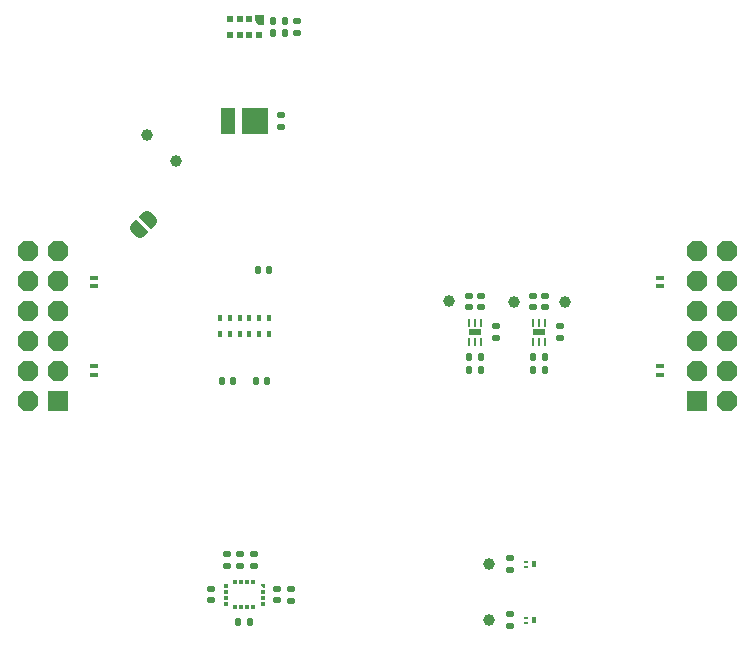
<source format=gbr>
%TF.GenerationSoftware,KiCad,Pcbnew,8.0.5-8.0.5-0~ubuntu24.04.1*%
%TF.CreationDate,2024-09-18T14:46:19+03:00*%
%TF.ProjectId,PMOD1,504d4f44-312e-46b6-9963-61645f706362,rev?*%
%TF.SameCoordinates,Original*%
%TF.FileFunction,Soldermask,Top*%
%TF.FilePolarity,Negative*%
%FSLAX46Y46*%
G04 Gerber Fmt 4.6, Leading zero omitted, Abs format (unit mm)*
G04 Created by KiCad (PCBNEW 8.0.5-8.0.5-0~ubuntu24.04.1) date 2024-09-18 14:46:19*
%MOMM*%
%LPD*%
G01*
G04 APERTURE LIST*
G04 Aperture macros list*
%AMRoundRect*
0 Rectangle with rounded corners*
0 $1 Rounding radius*
0 $2 $3 $4 $5 $6 $7 $8 $9 X,Y pos of 4 corners*
0 Add a 4 corners polygon primitive as box body*
4,1,4,$2,$3,$4,$5,$6,$7,$8,$9,$2,$3,0*
0 Add four circle primitives for the rounded corners*
1,1,$1+$1,$2,$3*
1,1,$1+$1,$4,$5*
1,1,$1+$1,$6,$7*
1,1,$1+$1,$8,$9*
0 Add four rect primitives between the rounded corners*
20,1,$1+$1,$2,$3,$4,$5,0*
20,1,$1+$1,$4,$5,$6,$7,0*
20,1,$1+$1,$6,$7,$8,$9,0*
20,1,$1+$1,$8,$9,$2,$3,0*%
%AMOutline5P*
0 Free polygon, 5 corners , with rotation*
0 The origin of the aperture is its center*
0 number of corners: always 5*
0 $1 to $10 corner X, Y*
0 $11 Rotation angle, in degrees counterclockwise*
0 create outline with 5 corners*
4,1,5,$1,$2,$3,$4,$5,$6,$7,$8,$9,$10,$1,$2,$11*%
%AMOutline6P*
0 Free polygon, 6 corners , with rotation*
0 The origin of the aperture is its center*
0 number of corners: always 6*
0 $1 to $12 corner X, Y*
0 $13 Rotation angle, in degrees counterclockwise*
0 create outline with 6 corners*
4,1,6,$1,$2,$3,$4,$5,$6,$7,$8,$9,$10,$11,$12,$1,$2,$13*%
%AMOutline7P*
0 Free polygon, 7 corners , with rotation*
0 The origin of the aperture is its center*
0 number of corners: always 7*
0 $1 to $14 corner X, Y*
0 $15 Rotation angle, in degrees counterclockwise*
0 create outline with 7 corners*
4,1,7,$1,$2,$3,$4,$5,$6,$7,$8,$9,$10,$11,$12,$13,$14,$1,$2,$15*%
%AMOutline8P*
0 Free polygon, 8 corners , with rotation*
0 The origin of the aperture is its center*
0 number of corners: always 8*
0 $1 to $16 corner X, Y*
0 $17 Rotation angle, in degrees counterclockwise*
0 create outline with 8 corners*
4,1,8,$1,$2,$3,$4,$5,$6,$7,$8,$9,$10,$11,$12,$13,$14,$15,$16,$1,$2,$17*%
%AMFreePoly0*
4,1,13,0.835355,0.835355,0.850000,0.800000,0.850000,-0.800000,0.835355,-0.835355,0.800000,-0.850000,-0.800000,-0.850000,-0.835355,-0.835355,-0.850000,-0.800000,-0.850000,0.800000,-0.835355,0.835355,-0.800000,0.850000,0.800000,0.850000,0.835355,0.835355,0.835355,0.835355,$1*%
%AMFreePoly1*
4,1,17,0.366726,0.835355,0.835355,0.366726,0.850000,0.331371,0.850000,-0.331371,0.835355,-0.366726,0.366726,-0.835355,0.331371,-0.850000,-0.331371,-0.850000,-0.366726,-0.835355,-0.835355,-0.366726,-0.850000,-0.331371,-0.850000,0.331371,-0.835355,0.366726,-0.366726,0.835355,-0.331371,0.850000,0.331371,0.850000,0.366726,0.835355,0.366726,0.835355,$1*%
%AMFreePoly2*
4,1,19,0.499999,-0.750000,0.000000,-0.750000,0.000000,-0.744912,-0.071157,-0.744911,-0.207708,-0.704816,-0.327430,-0.627875,-0.420627,-0.520320,-0.479746,-0.390866,-0.500000,-0.250000,-0.500000,0.250000,-0.479746,0.390866,-0.420627,0.520320,-0.327430,0.627875,-0.207708,0.704816,-0.071157,0.744911,0.000000,0.744912,0.000000,0.750000,0.499999,0.750000,0.499999,-0.750000,0.499999,-0.750000,
$1*%
%AMFreePoly3*
4,1,19,0.000000,0.744912,0.071157,0.744911,0.207708,0.704816,0.327430,0.627875,0.420627,0.520320,0.479746,0.390866,0.500000,0.250000,0.500000,-0.250000,0.479746,-0.390866,0.420627,-0.520320,0.327430,-0.627875,0.207708,-0.704816,0.071157,-0.744911,0.000000,-0.744912,0.000000,-0.750000,-0.499999,-0.750000,-0.499999,0.750000,0.000000,0.750000,0.000000,0.744912,0.000000,0.744912,
$1*%
G04 Aperture macros list end*
%ADD10C,0.010000*%
%ADD11R,0.350000X0.220000*%
%ADD12R,0.350000X0.600000*%
%ADD13R,0.250000X0.750000*%
%ADD14R,1.050000X0.500000*%
%ADD15R,0.350000X0.500000*%
%ADD16R,0.700000X0.400000*%
%ADD17R,0.488000X0.575000*%
%ADD18RoundRect,0.135000X0.185000X-0.135000X0.185000X0.135000X-0.185000X0.135000X-0.185000X-0.135000X0*%
%ADD19C,1.000000*%
%ADD20RoundRect,0.140000X-0.140000X-0.170000X0.140000X-0.170000X0.140000X0.170000X-0.140000X0.170000X0*%
%ADD21Outline5P,-0.150000X0.015000X-0.015000X0.150000X0.150000X0.150000X0.150000X-0.150000X-0.150000X-0.150000X90.000000*%
%ADD22R,0.300000X0.300000*%
%ADD23RoundRect,0.135000X0.135000X0.185000X-0.135000X0.185000X-0.135000X-0.185000X0.135000X-0.185000X0*%
%ADD24RoundRect,0.140000X0.140000X0.170000X-0.140000X0.170000X-0.140000X-0.170000X0.140000X-0.170000X0*%
%ADD25FreePoly0,180.000000*%
%ADD26FreePoly1,180.000000*%
%ADD27RoundRect,0.135000X-0.185000X0.135000X-0.185000X-0.135000X0.185000X-0.135000X0.185000X0.135000X0*%
%ADD28RoundRect,0.140000X0.170000X-0.140000X0.170000X0.140000X-0.170000X0.140000X-0.170000X-0.140000X0*%
%ADD29R,2.200000X2.200000*%
%ADD30R,1.250000X2.200000*%
%ADD31FreePoly2,225.000000*%
%ADD32FreePoly3,225.000000*%
%ADD33FreePoly0,0.000000*%
%ADD34FreePoly1,0.000000*%
%ADD35RoundRect,0.135000X-0.135000X-0.185000X0.135000X-0.185000X0.135000X0.185000X-0.135000X0.185000X0*%
G04 APERTURE END LIST*
D10*
%TO.C,A1*%
X132590602Y-77526500D02*
X132212602Y-77526500D01*
X131902602Y-77216500D01*
X131902602Y-76751500D01*
X132590602Y-76751500D01*
X132590602Y-77526500D01*
G36*
X132590602Y-77526500D02*
G01*
X132212602Y-77526500D01*
X131902602Y-77216500D01*
X131902602Y-76751500D01*
X132590602Y-76751500D01*
X132590602Y-77526500D01*
G37*
%TD*%
D11*
%TO.C,Q5*%
X154872568Y-127830000D03*
X154872568Y-128210000D03*
D12*
X155522568Y-128020000D03*
%TD*%
D11*
%TO.C,Q4*%
X154872568Y-123078655D03*
X154872568Y-123458655D03*
D12*
X155522568Y-123268655D03*
%TD*%
D13*
%TO.C,IC3*%
X150063651Y-104421638D03*
X150563651Y-104421638D03*
X151063651Y-104421638D03*
X151063651Y-102821638D03*
X150563651Y-102821638D03*
X150063651Y-102821638D03*
D14*
X150563651Y-103621638D03*
%TD*%
D13*
%TO.C,IC2*%
X155493647Y-104421638D03*
X155993647Y-104421638D03*
X156493647Y-104421638D03*
X156493647Y-102821638D03*
X155993647Y-102821638D03*
X155493647Y-102821638D03*
D14*
X155993647Y-103621638D03*
%TD*%
D15*
%TO.C,IC1*%
X133096602Y-102412214D03*
X132276602Y-102412214D03*
X131456602Y-102412214D03*
X130636602Y-102412214D03*
X129816602Y-102412214D03*
X128996602Y-102412214D03*
X128996602Y-103772214D03*
X129816602Y-103772214D03*
X130636602Y-103772214D03*
X131456602Y-103772214D03*
X132276602Y-103772214D03*
X133096602Y-103772214D03*
%TD*%
D16*
%TO.C,D4*%
X166247637Y-106500000D03*
X166247637Y-107200000D03*
%TD*%
%TO.C,D3*%
X166247637Y-99690000D03*
X166247637Y-98990000D03*
%TD*%
%TO.C,D2*%
X118311810Y-106500000D03*
X118311810Y-107200000D03*
%TD*%
%TO.C,D1*%
X118311810Y-99690000D03*
X118311810Y-98990000D03*
%TD*%
D17*
%TO.C,A1*%
X131446602Y-77139000D03*
X130646602Y-77139000D03*
X129846602Y-77139000D03*
X132246602Y-78415000D03*
X131446602Y-78415000D03*
X130646602Y-78415000D03*
X129846602Y-78415000D03*
%TD*%
D18*
%TO.C,Rext1*%
X135020000Y-126340000D03*
X135020000Y-125320000D03*
%TD*%
D19*
%TO.C,TP6*%
X151772568Y-128020000D03*
%TD*%
%TO.C,TP11*%
X125285000Y-89092631D03*
%TD*%
%TO.C,TP1*%
X122835000Y-86900000D03*
%TD*%
D20*
%TO.C,C1*%
X133495000Y-77234500D03*
X134455000Y-77234500D03*
%TD*%
D21*
%TO.C,U1*%
X132596703Y-125095750D03*
D22*
X132596703Y-125595750D03*
X132596703Y-126095750D03*
X132596703Y-126595750D03*
X131771703Y-126895750D03*
X131271703Y-126895750D03*
X130771703Y-126895750D03*
X130271703Y-126895750D03*
X129446703Y-126595750D03*
X129446703Y-126095750D03*
X129446703Y-125595750D03*
X129446703Y-125095750D03*
X130271703Y-124795750D03*
X130771703Y-124795750D03*
X131271703Y-124795750D03*
X131771703Y-124795750D03*
%TD*%
D23*
%TO.C,R4*%
X156503647Y-106800024D03*
X155483647Y-106800024D03*
%TD*%
D24*
%TO.C,C_VDDV1*%
X132970000Y-107790000D03*
X132010000Y-107790000D03*
%TD*%
D18*
%TO.C,R2*%
X152350000Y-104120000D03*
X152350000Y-103100000D03*
%TD*%
D19*
%TO.C,TP8*%
X148399651Y-101010024D03*
%TD*%
D25*
%TO.C,PMOD1*%
X169356000Y-109428998D03*
D26*
X169356000Y-106888998D03*
X169356000Y-104348998D03*
X169356000Y-101808998D03*
X169356000Y-99268998D03*
X169356000Y-96728998D03*
X171896000Y-109428998D03*
X171896000Y-106888998D03*
X171896000Y-104348998D03*
X171896000Y-101808998D03*
X171896000Y-99268998D03*
X171896000Y-96728998D03*
%TD*%
D18*
%TO.C,R5*%
X157769651Y-104131638D03*
X157769651Y-103111638D03*
%TD*%
D27*
%TO.C,R9*%
X131860000Y-122390000D03*
X131860000Y-123410000D03*
%TD*%
D24*
%TO.C,C_VDDC1*%
X133130000Y-98390000D03*
X132170000Y-98390000D03*
%TD*%
D28*
%TO.C,C4*%
X128200000Y-126325750D03*
X128200000Y-125365750D03*
%TD*%
%TO.C,C7*%
X155513647Y-101517798D03*
X155513647Y-100557798D03*
%TD*%
D29*
%TO.C,D5*%
X131946602Y-85740000D03*
D30*
X129671602Y-85740000D03*
%TD*%
D19*
%TO.C,TP5*%
X151772568Y-123268655D03*
%TD*%
D31*
%TO.C,JP1*%
X122959619Y-94055381D03*
D32*
X122040381Y-94974619D03*
%TD*%
D28*
%TO.C,C2*%
X135525000Y-78257000D03*
X135525000Y-77297000D03*
%TD*%
D33*
%TO.C,PMOD2*%
X115260000Y-109453998D03*
D34*
X115260000Y-106913998D03*
X115260000Y-104373998D03*
X115260000Y-101833998D03*
X115260000Y-99293998D03*
X115260000Y-96753998D03*
X112720000Y-109453998D03*
X112720000Y-106913998D03*
X112720000Y-104373998D03*
X112720000Y-101833998D03*
X112720000Y-99293998D03*
X112720000Y-96753998D03*
%TD*%
D20*
%TO.C,C6*%
X155513647Y-105740024D03*
X156473647Y-105740024D03*
%TD*%
D23*
%TO.C,R7*%
X134485000Y-78309500D03*
X133465000Y-78309500D03*
%TD*%
%TO.C,R1*%
X151073651Y-106800024D03*
X150053651Y-106800024D03*
%TD*%
D24*
%TO.C,C_VDD1*%
X130070000Y-107790000D03*
X129110000Y-107790000D03*
%TD*%
D28*
%TO.C,C9*%
X150063651Y-101517798D03*
X150063651Y-100557798D03*
%TD*%
D35*
%TO.C,R13*%
X130511703Y-128120000D03*
X131531703Y-128120000D03*
%TD*%
D28*
%TO.C,C3*%
X129550000Y-123380000D03*
X129550000Y-122420000D03*
%TD*%
D27*
%TO.C,R8*%
X130700000Y-122390000D03*
X130700000Y-123410000D03*
%TD*%
%TO.C,R3*%
X153542568Y-122758655D03*
X153542568Y-123778655D03*
%TD*%
D28*
%TO.C,C5*%
X156529647Y-101517798D03*
X156529647Y-100557798D03*
%TD*%
D19*
%TO.C,TP9*%
X153859651Y-101037798D03*
%TD*%
D20*
%TO.C,C8*%
X150083651Y-105740024D03*
X151043651Y-105740024D03*
%TD*%
D28*
%TO.C,C10*%
X133820000Y-126320000D03*
X133820000Y-125360000D03*
%TD*%
D27*
%TO.C,R14*%
X153540000Y-127510000D03*
X153540000Y-128530000D03*
%TD*%
D18*
%TO.C,R6*%
X134100000Y-86250000D03*
X134100000Y-85230000D03*
%TD*%
D19*
%TO.C,TP10*%
X158179651Y-101037798D03*
%TD*%
D28*
%TO.C,C11*%
X151080000Y-101517798D03*
X151080000Y-100557798D03*
%TD*%
M02*

</source>
